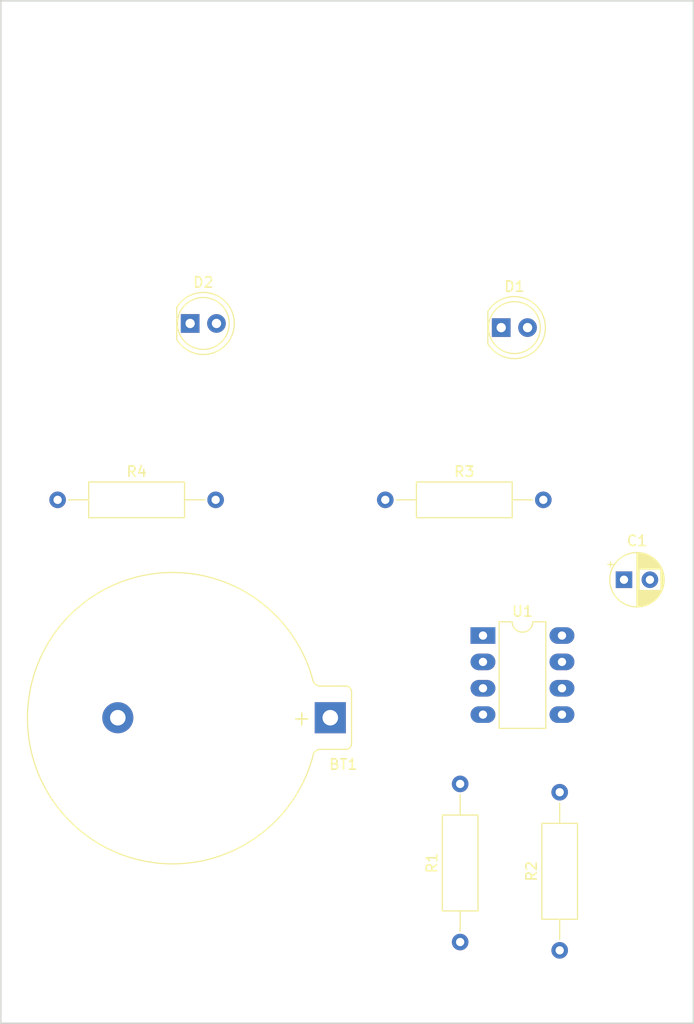
<source format=kicad_pcb>
(kicad_pcb (version 20221018) (generator pcbnew)
  (layers (0 "F.Cu" signal) (31 "B.Cu" signal) (34 "B.Paste" user) (35 "F.Paste" user) (36 "B.SilkS" user "B.Silkscreen") (37 "F.SilkS" user "F.Silkscreen") (38 "B.Mask" user) (39 "F.Mask" user) (44 "Edge.Cuts" user))
  (net 0 "")
  (net 1 "Net-(U1-THRESHOLD)")
  (net 2 "GNDREF")
  (net 3 "Net-(D1-A)")
  (net 4 "Net-(U1-DISCHARGE)")
  (net 5 "+3V0")
  (net 6 "Net-(U1-OUTPUT)")
  (net 8 "Net-(D2-A)")
  (footprint "Capacitor_THT:CP_Radial_D5.0mm_P2.50mm" (layer "F.Cu") (at 125.7 85.8)
    (fp_text reference "C1" (at 1.25 -3.75) (layer "F.SilkS"))
    (fp_text value "1u")
    (fp_line (start -1.554775 -1.475) (end -1.054775 -1.475) (stroke (width 0.12)) (layer "F.SilkS"))
    (fp_line (start -1.304775 -1.725) (end -1.304775 -1.225) (stroke (width 0.12)) (layer "F.SilkS"))
    (fp_line (start 1.25 -2.58) (end 1.25 2.58) (stroke (width 0.12)) (layer "F.SilkS"))
    (fp_line (start 1.29 -2.58) (end 1.29 2.58) (stroke (width 0.12)) (layer "F.SilkS"))
    (fp_line (start 1.33 -2.579) (end 1.33 2.579) (stroke (width 0.12)) (layer "F.SilkS"))
    (fp_line (start 1.37 -2.578) (end 1.37 2.578) (stroke (width 0.12)) (layer "F.SilkS"))
    (fp_line (start 1.41 -2.576) (end 1.41 2.576) (stroke (width 0.12)) (layer "F.SilkS"))
    (fp_line (start 1.45 -2.573) (end 1.45 2.573) (stroke (width 0.12)) (layer "F.SilkS"))
    (fp_line (start 1.49 -2.569) (end 1.49 -1.04) (stroke (width 0.12)) (layer "F.SilkS"))
    (fp_line (start 1.49 1.04) (end 1.49 2.569) (stroke (width 0.12)) (layer "F.SilkS"))
    (fp_line (start 1.53 -2.565) (end 1.53 -1.04) (stroke (width 0.12)) (layer "F.SilkS"))
    (fp_line (start 1.53 1.04) (end 1.53 2.565) (stroke (width 0.12)) (layer "F.SilkS"))
    (fp_line (start 1.57 -2.561) (end 1.57 -1.04) (stroke (width 0.12)) (layer "F.SilkS"))
    (fp_line (start 1.57 1.04) (end 1.57 2.561) (stroke (width 0.12)) (layer "F.SilkS"))
    (fp_line (start 1.61 -2.556) (end 1.61 -1.04) (stroke (width 0.12)) (layer "F.SilkS"))
    (fp_line (start 1.61 1.04) (end 1.61 2.556) (stroke (width 0.12)) (layer "F.SilkS"))
    (fp_line (start 1.65 -2.55) (end 1.65 -1.04) (stroke (width 0.12)) (layer "F.SilkS"))
    (fp_line (start 1.65 1.04) (end 1.65 2.55) (stroke (width 0.12)) (layer "F.SilkS"))
    (fp_line (start 1.69 -2.543) (end 1.69 -1.04) (stroke (width 0.12)) (layer "F.SilkS"))
    (fp_line (start 1.69 1.04) (end 1.69 2.543) (stroke (width 0.12)) (layer "F.SilkS"))
    (fp_line (start 1.73 -2.536) (end 1.73 -1.04) (stroke (width 0.12)) (layer "F.SilkS"))
    (fp_line (start 1.73 1.04) (end 1.73 2.536) (stroke (width 0.12)) (layer "F.SilkS"))
    (fp_line (start 1.77 -2.528) (end 1.77 -1.04) (stroke (width 0.12)) (layer "F.SilkS"))
    (fp_line (start 1.77 1.04) (end 1.77 2.528) (stroke (width 0.12)) (layer "F.SilkS"))
    (fp_line (start 1.81 -2.52) (end 1.81 -1.04) (stroke (width 0.12)) (layer "F.SilkS"))
    (fp_line (start 1.81 1.04) (end 1.81 2.52) (stroke (width 0.12)) (layer "F.SilkS"))
    (fp_line (start 1.85 -2.511) (end 1.85 -1.04) (stroke (width 0.12)) (layer "F.SilkS"))
    (fp_line (start 1.85 1.04) (end 1.85 2.511) (stroke (width 0.12)) (layer "F.SilkS"))
    (fp_line (start 1.89 -2.501) (end 1.89 -1.04) (stroke (width 0.12)) (layer "F.SilkS"))
    (fp_line (start 1.89 1.04) (end 1.89 2.501) (stroke (width 0.12)) (layer "F.SilkS"))
    (fp_line (start 1.93 -2.491) (end 1.93 -1.04) (stroke (width 0.12)) (layer "F.SilkS"))
    (fp_line (start 1.93 1.04) (end 1.93 2.491) (stroke (width 0.12)) (layer "F.SilkS"))
    (fp_line (start 1.971 -2.48) (end 1.971 -1.04) (stroke (width 0.12)) (layer "F.SilkS"))
    (fp_line (start 1.971 1.04) (end 1.971 2.48) (stroke (width 0.12)) (layer "F.SilkS"))
    (fp_line (start 2.011 -2.468) (end 2.011 -1.04) (stroke (width 0.12)) (layer "F.SilkS"))
    (fp_line (start 2.011 1.04) (end 2.011 2.468) (stroke (width 0.12)) (layer "F.SilkS"))
    (fp_line (start 2.051 -2.455) (end 2.051 -1.04) (stroke (width 0.12)) (layer "F.SilkS"))
    (fp_line (start 2.051 1.04) (end 2.051 2.455) (stroke (width 0.12)) (layer "F.SilkS"))
    (fp_line (start 2.091 -2.442) (end 2.091 -1.04) (stroke (width 0.12)) (layer "F.SilkS"))
    (fp_line (start 2.091 1.04) (end 2.091 2.442) (stroke (width 0.12)) (layer "F.SilkS"))
    (fp_line (start 2.131 -2.428) (end 2.131 -1.04) (stroke (width 0.12)) (layer "F.SilkS"))
    (fp_line (start 2.131 1.04) (end 2.131 2.428) (stroke (width 0.12)) (layer "F.SilkS"))
    (fp_line (start 2.171 -2.414) (end 2.171 -1.04) (stroke (width 0.12)) (layer "F.SilkS"))
    (fp_line (start 2.171 1.04) (end 2.171 2.414) (stroke (width 0.12)) (layer "F.SilkS"))
    (fp_line (start 2.211 -2.398) (end 2.211 -1.04) (stroke (width 0.12)) (layer "F.SilkS"))
    (fp_line (start 2.211 1.04) (end 2.211 2.398) (stroke (width 0.12)) (layer "F.SilkS"))
    (fp_line (start 2.251 -2.382) (end 2.251 -1.04) (stroke (width 0.12)) (layer "F.SilkS"))
    (fp_line (start 2.251 1.04) (end 2.251 2.382) (stroke (width 0.12)) (layer "F.SilkS"))
    (fp_line (start 2.291 -2.365) (end 2.291 -1.04) (stroke (width 0.12)) (layer "F.SilkS"))
    (fp_line (start 2.291 1.04) (end 2.291 2.365) (stroke (width 0.12)) (layer "F.SilkS"))
    (fp_line (start 2.331 -2.348) (end 2.331 -1.04) (stroke (width 0.12)) (layer "F.SilkS"))
    (fp_line (start 2.331 1.04) (end 2.331 2.348) (stroke (width 0.12)) (layer "F.SilkS"))
    (fp_line (start 2.371 -2.329) (end 2.371 -1.04) (stroke (width 0.12)) (layer "F.SilkS"))
    (fp_line (start 2.371 1.04) (end 2.371 2.329) (stroke (width 0.12)) (layer "F.SilkS"))
    (fp_line (start 2.411 -2.31) (end 2.411 -1.04) (stroke (width 0.12)) (layer "F.SilkS"))
    (fp_line (start 2.411 1.04) (end 2.411 2.31) (stroke (width 0.12)) (layer "F.SilkS"))
    (fp_line (start 2.451 -2.29) (end 2.451 -1.04) (stroke (width 0.12)) (layer "F.SilkS"))
    (fp_line (start 2.451 1.04) (end 2.451 2.29) (stroke (width 0.12)) (layer "F.SilkS"))
    (fp_line (start 2.491 -2.268) (end 2.491 -1.04) (stroke (width 0.12)) (layer "F.SilkS"))
    (fp_line (start 2.491 1.04) (end 2.491 2.268) (stroke (width 0.12)) (layer "F.SilkS"))
    (fp_line (start 2.531 -2.247) (end 2.531 -1.04) (stroke (width 0.12)) (layer "F.SilkS"))
    (fp_line (start 2.531 1.04) (end 2.531 2.247) (stroke (width 0.12)) (layer "F.SilkS"))
    (fp_line (start 2.571 -2.224) (end 2.571 -1.04) (stroke (width 0.12)) (layer "F.SilkS"))
    (fp_line (start 2.571 1.04) (end 2.571 2.224) (stroke (width 0.12)) (layer "F.SilkS"))
    (fp_line (start 2.611 -2.2) (end 2.611 -1.04) (stroke (width 0.12)) (layer "F.SilkS"))
    (fp_line (start 2.611 1.04) (end 2.611 2.2) (stroke (width 0.12)) (layer "F.SilkS"))
    (fp_line (start 2.651 -2.175) (end 2.651 -1.04) (stroke (width 0.12)) (layer "F.SilkS"))
    (fp_line (start 2.651 1.04) (end 2.651 2.175) (stroke (width 0.12)) (layer "F.SilkS"))
    (fp_line (start 2.691 -2.149) (end 2.691 -1.04) (stroke (width 0.12)) (layer "F.SilkS"))
    (fp_line (start 2.691 1.04) (end 2.691 2.149) (stroke (width 0.12)) (layer "F.SilkS"))
    (fp_line (start 2.731 -2.122) (end 2.731 -1.04) (stroke (width 0.12)) (layer "F.SilkS"))
    (fp_line (start 2.731 1.04) (end 2.731 2.122) (stroke (width 0.12)) (layer "F.SilkS"))
    (fp_line (start 2.771 -2.095) (end 2.771 -1.04) (stroke (width 0.12)) (layer "F.SilkS"))
    (fp_line (start 2.771 1.04) (end 2.771 2.095) (stroke (width 0.12)) (layer "F.SilkS"))
    (fp_line (start 2.811 -2.065) (end 2.811 -1.04) (stroke (width 0.12)) (layer "F.SilkS"))
    (fp_line (start 2.811 1.04) (end 2.811 2.065) (stroke (width 0.12)) (layer "F.SilkS"))
    (fp_line (start 2.851 -2.035) (end 2.851 -1.04) (stroke (width 0.12)) (layer "F.SilkS"))
    (fp_line (start 2.851 1.04) (end 2.851 2.035) (stroke (width 0.12)) (layer "F.SilkS"))
    (fp_line (start 2.891 -2.004) (end 2.891 -1.04) (stroke (width 0.12)) (layer "F.SilkS"))
    (fp_line (start 2.891 1.04) (end 2.891 2.004) (stroke (width 0.12)) (layer "F.SilkS"))
    (fp_line (start 2.931 -1.971) (end 2.931 -1.04) (stroke (width 0.12)) (layer "F.SilkS"))
    (fp_line (start 2.931 1.04) (end 2.931 1.971) (stroke (width 0.12)) (layer "F.SilkS"))
    (fp_line (start 2.971 -1.937) (end 2.971 -1.04) (stroke (width 0.12)) (layer "F.SilkS"))
    (fp_line (start 2.971 1.04) (end 2.971 1.937) (stroke (width 0.12)) (layer "F.SilkS"))
    (fp_line (start 3.011 -1.901) (end 3.011 -1.04) (stroke (width 0.12)) (layer "F.SilkS"))
    (fp_line (start 3.011 1.04) (end 3.011 1.901) (stroke (width 0.12)) (layer "F.SilkS"))
    (fp_line (start 3.051 -1.864) (end 3.051 -1.04) (stroke (width 0.12)) (layer "F.SilkS"))
    (fp_line (start 3.051 1.04) (end 3.051 1.864) (stroke (width 0.12)) (layer "F.SilkS"))
    (fp_line (start 3.091 -1.826) (end 3.091 -1.04) (stroke (width 0.12)) (layer "F.SilkS"))
    (fp_line (start 3.091 1.04) (end 3.091 1.826) (stroke (width 0.12)) (layer "F.SilkS"))
    (fp_line (start 3.131 -1.785) (end 3.131 -1.04) (stroke (width 0.12)) (layer "F.SilkS"))
    (fp_line (start 3.131 1.04) (end 3.131 1.785) (stroke (width 0.12)) (layer "F.SilkS"))
    (fp_line (start 3.171 -1.743) (end 3.171 -1.04) (stroke (width 0.12)) (layer "F.SilkS"))
    (fp_line (start 3.171 1.04) (end 3.171 1.743) (stroke (width 0.12)) (layer "F.SilkS"))
    (fp_line (start 3.211 -1.699) (end 3.211 -1.04) (stroke (width 0.12)) (layer "F.SilkS"))
    (fp_line (start 3.211 1.04) (end 3.211 1.699) (stroke (width 0.12)) (layer "F.SilkS"))
    (fp_line (start 3.251 -1.653) (end 3.251 -1.04) (stroke (width 0.12)) (layer "F.SilkS"))
    (fp_line (start 3.251 1.04) (end 3.251 1.653) (stroke (width 0.12)) (layer "F.SilkS"))
    (fp_line (start 3.291 -1.605) (end 3.291 -1.04) (stroke (width 0.12)) (layer "F.SilkS"))
    (fp_line (start 3.291 1.04) (end 3.291 1.605) (stroke (width 0.12)) (layer "F.SilkS"))
    (fp_line (start 3.331 -1.554) (end 3.331 -1.04) (stroke (width 0.12)) (layer "F.SilkS"))
    (fp_line (start 3.331 1.04) (end 3.331 1.554) (stroke (width 0.12)) (layer "F.SilkS"))
    (fp_line (start 3.371 -1.5) (end 3.371 -1.04) (stroke (width 0.12)) (layer "F.SilkS"))
    (fp_line (start 3.371 1.04) (end 3.371 1.5) (stroke (width 0.12)) (layer "F.SilkS"))
    (fp_line (start 3.411 -1.443) (end 3.411 -1.04) (stroke (width 0.12)) (layer "F.SilkS"))
    (fp_line (start 3.411 1.04) (end 3.411 1.443) (stroke (width 0.12)) (layer "F.SilkS"))
    (fp_line (start 3.451 -1.383) (end 3.451 -1.04) (stroke (width 0.12)) (layer "F.SilkS"))
    (fp_line (start 3.451 1.04) (end 3.451 1.383) (stroke (width 0.12)) (layer "F.SilkS"))
    (fp_line (start 3.491 -1.319) (end 3.491 -1.04) (stroke (width 0.12)) (layer "F.SilkS"))
    (fp_line (start 3.491 1.04) (end 3.491 1.319) (stroke (width 0.12)) (layer "F.SilkS"))
    (fp_line (start 3.531 -1.251) (end 3.531 -1.04) (stroke (width 0.12)) (layer "F.SilkS"))
    (fp_line (start 3.531 1.04) (end 3.531 1.251) (stroke (width 0.12)) (layer "F.SilkS"))
    (fp_line (start 3.571 -1.178) (end 3.571 1.178) (stroke (width 0.12)) (layer "F.SilkS"))
    (fp_line (start 3.611 -1.098) (end 3.611 1.098) (stroke (width 0.12)) (layer "F.SilkS"))
    (fp_line (start 3.651 -1.011) (end 3.651 1.011) (stroke (width 0.12)) (layer "F.SilkS"))
    (fp_line (start 3.691 -0.915) (end 3.691 0.915) (stroke (width 0.12)) (layer "F.SilkS"))
    (fp_line (start 3.731 -0.805) (end 3.731 0.805) (stroke (width 0.12)) (layer "F.SilkS"))
    (fp_line (start 3.771 -0.677) (end 3.771 0.677) (stroke (width 0.12)) (layer "F.SilkS"))
    (fp_line (start 3.811 -0.518) (end 3.811 0.518) (stroke (width 0.12)) (layer "F.SilkS"))
    (fp_line (start 3.851 -0.284) (end 3.851 0.284) (stroke (width 0.12)) (layer "F.SilkS"))
    (fp_circle (center 1.25 0) (end 3.87 0) (stroke (width 0.12)) (fill none) (layer "F.SilkS"))
    (pad "1" thru_hole rect (at 0 0) (size 1.6 1.6) (drill 0.8) (layers "*.Cu" "*.Mask") (net 1 "Net-(U1-THRESHOLD)"))
    (pad "2" thru_hole circle (at 2.5 0) (size 1.6 1.6) (drill 0.8) (layers "*.Cu" "*.Mask") (net 2 "GNDREF"))
  )
  (footprint "Resistor_THT:R_Axial_DIN0309_L9.0mm_D3.2mm_P15.24mm_Horizontal" (layer "F.Cu") (at 109.9 120.72 90)
    (fp_text reference "R1" (at 7.62 -2.72 90) (layer "F.SilkS"))
    (fp_text value "33k")
    (fp_line (start 1.04 0) (end 3 0) (stroke (width 0.12)) (layer "F.SilkS"))
    (fp_line (start 3 -1.72) (end 3 1.72) (stroke (width 0.12)) (layer "F.SilkS"))
    (fp_line (start 3 1.72) (end 12.24 1.72) (stroke (width 0.12)) (layer "F.SilkS"))
    (fp_line (start 12.24 -1.72) (end 3 -1.72) (stroke (width 0.12)) (layer "F.SilkS"))
    (fp_line (start 12.24 1.72) (end 12.24 -1.72) (stroke (width 0.12)) (layer "F.SilkS"))
    (fp_line (start 14.2 0) (end 12.24 0) (stroke (width 0.12)) (layer "F.SilkS"))
    (pad "1" thru_hole circle (at 0 0 90) (size 1.6 1.6) (drill 0.8) (layers "*.Cu" "*.Mask") (net 4 "Net-(U1-DISCHARGE)"))
    (pad "2" thru_hole oval (at 15.24 0 90) (size 1.6 1.6) (drill 0.8) (layers "*.Cu" "*.Mask") (net 5 "+3V0"))
  )
  (footprint "Battery:BatteryHolder_Keystone_107_1x23mm" (layer "F.Cu") (at 97.375001 99.100001 180)
    (fp_text reference "BT1" (at -1.25 -4.5) (layer "F.SilkS"))
    (fp_text value "Battery_Cell")
    (fp_text user "+" (at 2.75 0) (layer "F.SilkS") (effects (font (size 1.5 1.5))))
    (fp_line (start -2.05 -2.5) (end -2.05 2.5) (stroke (width 0.12)) (layer "F.SilkS"))
    (fp_line (start -1.5 3.05) (end 0.95 3.05) (stroke (width 0.12)) (layer "F.SilkS"))
    (fp_line (start 0.95 -3.05) (end -1.5 -3.05) (stroke (width 0.12)) (layer "F.SilkS"))
    (fp_arc (start -2.05 -2.5) (mid -1.888909 -2.888909) (end -1.5 -3.05) (stroke (width 0.12)) (layer "F.SilkS"))
    (fp_arc (start -1.5 3.05) (mid -1.888909 2.888909) (end -2.05 2.5) (stroke (width 0.12)) (layer "F.SilkS"))
    (fp_arc (start 0.95 3.05) (mid 1.371575 3.178399) (end 1.65 3.52) (stroke (width 0.12)) (layer "F.SilkS"))
    (fp_arc (start 1.65 -3.604769) (mid 17.016593 -13.966381) (end 29.2 0) (stroke (width 0.12)) (layer "F.SilkS"))
    (fp_arc (start 1.65 -3.52) (mid 1.371574 -3.178401) (end 0.95 -3.05) (stroke (width 0.12)) (layer "F.SilkS"))
    (fp_arc (start 29.2 0) (mid 16.974433 13.886952) (end 1.65 3.52) (stroke (width 0.12)) (layer "F.SilkS"))
    (pad "1" thru_hole rect (at 0 0 180) (size 3 3) (drill 1.5) (layers "*.Cu" "*.Mask") (net 2 "GNDREF"))
    (pad "2" thru_hole circle (at 20.49 0 180) (size 3 3) (drill 1.5) (layers "*.Cu" "*.Mask") (net 5 "+3V0"))
  )
  (footprint "Resistor_THT:R_Axial_DIN0309_L9.0mm_D3.2mm_P15.24mm_Horizontal" (layer "F.Cu") (at 119.5 121.52 90)
    (fp_text reference "R2" (at 7.62 -2.72 90) (layer "F.SilkS"))
    (fp_text value "120k")
    (fp_line (start 1.04 0) (end 3 0) (stroke (width 0.12)) (layer "F.SilkS"))
    (fp_line (start 3 -1.72) (end 3 1.72) (stroke (width 0.12)) (layer "F.SilkS"))
    (fp_line (start 3 1.72) (end 12.24 1.72) (stroke (width 0.12)) (layer "F.SilkS"))
    (fp_line (start 12.24 -1.72) (end 3 -1.72) (stroke (width 0.12)) (layer "F.SilkS"))
    (fp_line (start 12.24 1.72) (end 12.24 -1.72) (stroke (width 0.12)) (layer "F.SilkS"))
    (fp_line (start 14.2 0) (end 12.24 0) (stroke (width 0.12)) (layer "F.SilkS"))
    (pad "1" thru_hole circle (at 0 0 90) (size 1.6 1.6) (drill 0.8) (layers "*.Cu" "*.Mask") (net 4 "Net-(U1-DISCHARGE)"))
    (pad "2" thru_hole oval (at 15.24 0 90) (size 1.6 1.6) (drill 0.8) (layers "*.Cu" "*.Mask") (net 1 "Net-(U1-THRESHOLD)"))
  )
  (footprint "Resistor_THT:R_Axial_DIN0309_L9.0mm_D3.2mm_P15.24mm_Horizontal" (layer "F.Cu") (at 71.08 78.1)
    (fp_text reference "R4" (at 7.62 -2.72) (layer "F.SilkS"))
    (fp_text value "1k")
    (fp_line (start 1.04 0) (end 3 0) (stroke (width 0.12)) (layer "F.SilkS"))
    (fp_line (start 3 -1.72) (end 3 1.72) (stroke (width 0.12)) (layer "F.SilkS"))
    (fp_line (start 3 1.72) (end 12.24 1.72) (stroke (width 0.12)) (layer "F.SilkS"))
    (fp_line (start 12.24 -1.72) (end 3 -1.72) (stroke (width 0.12)) (layer "F.SilkS"))
    (fp_line (start 12.24 1.72) (end 12.24 -1.72) (stroke (width 0.12)) (layer "F.SilkS"))
    (fp_line (start 14.2 0) (end 12.24 0) (stroke (width 0.12)) (layer "F.SilkS"))
    (pad "1" thru_hole circle (at 0 0) (size 1.6 1.6) (drill 0.8) (layers "*.Cu" "*.Mask") (net 6 "Net-(U1-OUTPUT)"))
    (pad "2" thru_hole oval (at 15.24 0) (size 1.6 1.6) (drill 0.8) (layers "*.Cu" "*.Mask") (net 8 "Net-(D2-A)"))
  )
  (footprint "Resistor_THT:R_Axial_DIN0309_L9.0mm_D3.2mm_P15.24mm_Horizontal" (layer "F.Cu") (at 102.68 78.1)
    (fp_text reference "R3" (at 7.62 -2.72) (layer "F.SilkS"))
    (fp_text value "1k")
    (fp_line (start 1.04 0) (end 3 0) (stroke (width 0.12)) (layer "F.SilkS"))
    (fp_line (start 3 -1.72) (end 3 1.72) (stroke (width 0.12)) (layer "F.SilkS"))
    (fp_line (start 3 1.72) (end 12.24 1.72) (stroke (width 0.12)) (layer "F.SilkS"))
    (fp_line (start 12.24 -1.72) (end 3 -1.72) (stroke (width 0.12)) (layer "F.SilkS"))
    (fp_line (start 12.24 1.72) (end 12.24 -1.72) (stroke (width 0.12)) (layer "F.SilkS"))
    (fp_line (start 14.2 0) (end 12.24 0) (stroke (width 0.12)) (layer "F.SilkS"))
    (pad "1" thru_hole circle (at 0 0) (size 1.6 1.6) (drill 0.8) (layers "*.Cu" "*.Mask") (net 6 "Net-(U1-OUTPUT)"))
    (pad "2" thru_hole oval (at 15.24 0) (size 1.6 1.6) (drill 0.8) (layers "*.Cu" "*.Mask") (net 3 "Net-(D1-A)"))
  )
  (footprint "LED_THT:LED_D5.0mm" (layer "F.Cu") (at 83.86 61.1)
    (fp_text reference "D2" (at 1.27 -3.96) (layer "F.SilkS"))
    (fp_text value "LED")
    (fp_line (start -1.29 -1.545) (end -1.29 1.545) (stroke (width 0.12)) (layer "F.SilkS"))
    (fp_arc (start -1.29 -1.54483) (mid 2.072002 -2.880433) (end 4.26 0.000462) (stroke (width 0.12)) (layer "F.SilkS"))
    (fp_arc (start 4.26 -0.000462) (mid 2.072002 2.880433) (end -1.29 1.54483) (stroke (width 0.12)) (layer "F.SilkS"))
    (fp_circle (center 1.27 0) (end 3.77 0) (stroke (width 0.12)) (fill none) (layer "F.SilkS"))
    (pad "1" thru_hole rect (at 0 0) (size 1.8 1.8) (drill 0.9) (layers "*.Cu" "*.Mask") (net 2 "GNDREF"))
    (pad "2" thru_hole circle (at 2.54 0) (size 1.8 1.8) (drill 0.9) (layers "*.Cu" "*.Mask") (net 8 "Net-(D2-A)"))
  )
  (footprint "Package_DIP:DIP-8_W7.62mm_LongPads" (layer "F.Cu") (at 112.1 91.18)
    (fp_text reference "U1" (at 3.81 -2.33) (layer "F.SilkS"))
    (fp_text value "7555")
    (fp_line (start 1.56 -1.33) (end 1.56 8.95) (stroke (width 0.12)) (layer "F.SilkS"))
    (fp_line (start 1.56 8.95) (end 6.06 8.95) (stroke (width 0.12)) (layer "F.SilkS"))
    (fp_line (start 2.81 -1.33) (end 1.56 -1.33) (stroke (width 0.12)) (layer "F.SilkS"))
    (fp_line (start 6.06 -1.33) (end 4.81 -1.33) (stroke (width 0.12)) (layer "F.SilkS"))
    (fp_line (start 6.06 8.95) (end 6.06 -1.33) (stroke (width 0.12)) (layer "F.SilkS"))
    (fp_arc (start 4.81 -1.33) (mid 3.81 -0.33) (end 2.81 -1.33) (stroke (width 0.12)) (layer "F.SilkS"))
    (pad "1" thru_hole rect (at 0 0) (size 2.4 1.6) (drill 0.8) (layers "*.Cu" "*.Mask") (net 2 "GNDREF"))
    (pad "2" thru_hole oval (at 0 2.54) (size 2.4 1.6) (drill 0.8) (layers "*.Cu" "*.Mask") (net 1 "Net-(U1-THRESHOLD)"))
    (pad "3" thru_hole oval (at 0 5.08) (size 2.4 1.6) (drill 0.8) (layers "*.Cu" "*.Mask") (net 6 "Net-(U1-OUTPUT)"))
    (pad "4" thru_hole oval (at 0 7.62) (size 2.4 1.6) (drill 0.8) (layers "*.Cu" "*.Mask") (net 5 "+3V0"))
    (pad "5" thru_hole oval (at 7.62 7.62) (size 2.4 1.6) (drill 0.8) (layers "*.Cu" "*.Mask"))
    (pad "6" thru_hole oval (at 7.62 5.08) (size 2.4 1.6) (drill 0.8) (layers "*.Cu" "*.Mask") (net 1 "Net-(U1-THRESHOLD)"))
    (pad "7" thru_hole oval (at 7.62 2.54) (size 2.4 1.6) (drill 0.8) (layers "*.Cu" "*.Mask") (net 4 "Net-(U1-DISCHARGE)"))
    (pad "8" thru_hole oval (at 7.62 0) (size 2.4 1.6) (drill 0.8) (layers "*.Cu" "*.Mask") (net 5 "+3V0"))
  )
  (footprint "LED_THT:LED_D5.0mm" (layer "F.Cu") (at 113.86 61.5)
    (fp_text reference "D1" (at 1.27 -3.96) (layer "F.SilkS"))
    (fp_text value "LED")
    (fp_line (start -1.29 -1.545) (end -1.29 1.545) (stroke (width 0.12)) (layer "F.SilkS"))
    (fp_arc (start -1.29 -1.54483) (mid 2.072002 -2.880433) (end 4.26 0.000462) (stroke (width 0.12)) (layer "F.SilkS"))
    (fp_arc (start 4.26 -0.000462) (mid 2.072002 2.880433) (end -1.29 1.54483) (stroke (width 0.12)) (layer "F.SilkS"))
    (fp_circle (center 1.27 0) (end 3.77 0) (stroke (width 0.12)) (fill none) (layer "F.SilkS"))
    (pad "1" thru_hole rect (at 0 0) (size 1.8 1.8) (drill 0.9) (layers "*.Cu" "*.Mask") (net 2 "GNDREF"))
    (pad "2" thru_hole circle (at 2.54 0) (size 1.8 1.8) (drill 0.9) (layers "*.Cu" "*.Mask") (net 3 "Net-(D1-A)"))
  )
  (gr_rect (start 65.598 30) (end 132.4 128.552) (stroke (width 0.15)) (fill none) (layer "Edge.Cuts"))
)
</source>
